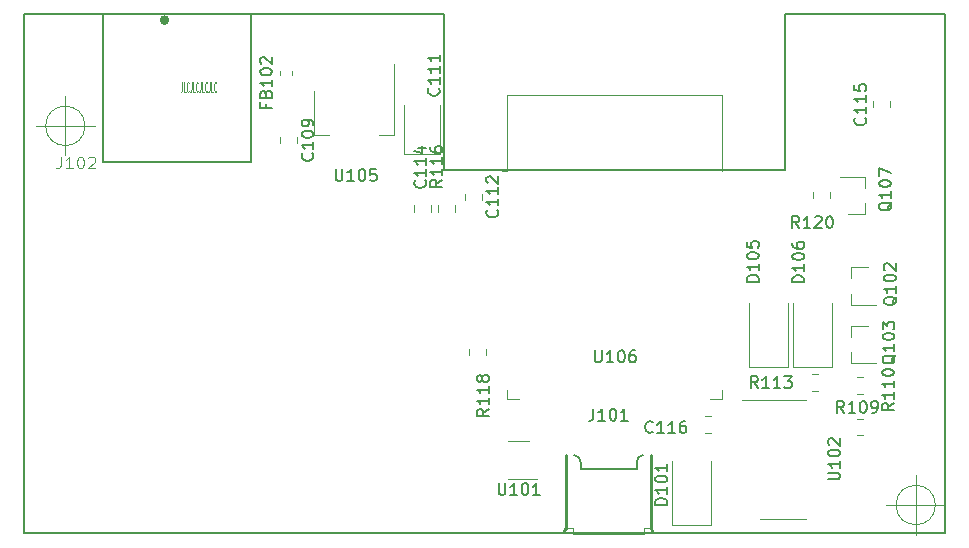
<source format=gbr>
%TF.GenerationSoftware,KiCad,Pcbnew,(5.1.6-0-10_14)*%
%TF.CreationDate,2021-01-11T12:54:44+11:00*%
%TF.ProjectId,esp32lcd,65737033-326c-4636-942e-6b696361645f,rev?*%
%TF.SameCoordinates,PX47868c0PY93d1cc0*%
%TF.FileFunction,Legend,Top*%
%TF.FilePolarity,Positive*%
%FSLAX46Y46*%
G04 Gerber Fmt 4.6, Leading zero omitted, Abs format (unit mm)*
G04 Created by KiCad (PCBNEW (5.1.6-0-10_14)) date 2021-01-11 12:54:44*
%MOMM*%
%LPD*%
G01*
G04 APERTURE LIST*
%ADD10C,0.037500*%
%TA.AperFunction,Profile*%
%ADD11C,0.150000*%
%TD*%
%TA.AperFunction,Profile*%
%ADD12C,0.050000*%
%TD*%
%ADD13C,0.120000*%
%ADD14C,0.127000*%
%ADD15C,0.400000*%
%ADD16C,0.150000*%
%ADD17C,0.250000*%
%ADD18C,0.015000*%
G04 APERTURE END LIST*
D10*
X13414285Y38188096D02*
X13414285Y37616667D01*
X13400000Y37502381D01*
X13371428Y37426191D01*
X13328571Y37388096D01*
X13300000Y37388096D01*
X13700000Y37388096D02*
X13557142Y37388096D01*
X13557142Y38188096D01*
X13971428Y37464286D02*
X13957142Y37426191D01*
X13914285Y37388096D01*
X13885714Y37388096D01*
X13842857Y37426191D01*
X13814285Y37502381D01*
X13800000Y37578572D01*
X13785714Y37730953D01*
X13785714Y37845239D01*
X13800000Y37997620D01*
X13814285Y38073810D01*
X13842857Y38150000D01*
X13885714Y38188096D01*
X13914285Y38188096D01*
X13957142Y38150000D01*
X13971428Y38111905D01*
X14185714Y38188096D02*
X14185714Y37616667D01*
X14171428Y37502381D01*
X14142857Y37426191D01*
X14100000Y37388096D01*
X14071428Y37388096D01*
X14471428Y37388096D02*
X14328571Y37388096D01*
X14328571Y38188096D01*
X14742857Y37464286D02*
X14728571Y37426191D01*
X14685714Y37388096D01*
X14657142Y37388096D01*
X14614285Y37426191D01*
X14585714Y37502381D01*
X14571428Y37578572D01*
X14557142Y37730953D01*
X14557142Y37845239D01*
X14571428Y37997620D01*
X14585714Y38073810D01*
X14614285Y38150000D01*
X14657142Y38188096D01*
X14685714Y38188096D01*
X14728571Y38150000D01*
X14742857Y38111905D01*
X14957142Y38188096D02*
X14957142Y37616667D01*
X14942857Y37502381D01*
X14914285Y37426191D01*
X14871428Y37388096D01*
X14842857Y37388096D01*
X15242857Y37388096D02*
X15100000Y37388096D01*
X15100000Y38188096D01*
X15514285Y37464286D02*
X15500000Y37426191D01*
X15457142Y37388096D01*
X15428571Y37388096D01*
X15385714Y37426191D01*
X15357142Y37502381D01*
X15342857Y37578572D01*
X15328571Y37730953D01*
X15328571Y37845239D01*
X15342857Y37997620D01*
X15357142Y38073810D01*
X15385714Y38150000D01*
X15428571Y38188096D01*
X15457142Y38188096D01*
X15500000Y38150000D01*
X15514285Y38111905D01*
X15728571Y38188096D02*
X15728571Y37616667D01*
X15714285Y37502381D01*
X15685714Y37426191D01*
X15642857Y37388096D01*
X15614285Y37388096D01*
X16014285Y37388096D02*
X15871428Y37388096D01*
X15871428Y38188096D01*
X16285714Y37464286D02*
X16271428Y37426191D01*
X16228571Y37388096D01*
X16200000Y37388096D01*
X16157142Y37426191D01*
X16128571Y37502381D01*
X16114285Y37578572D01*
X16100000Y37730953D01*
X16100000Y37845239D01*
X16114285Y37997620D01*
X16128571Y38073810D01*
X16157142Y38150000D01*
X16200000Y38188096D01*
X16228571Y38188096D01*
X16271428Y38150000D01*
X16285714Y38111905D01*
D11*
X78000000Y44000000D02*
X64400000Y44000000D01*
X64400000Y30800000D02*
X64400000Y44000000D01*
X35600000Y30800000D02*
X64400000Y30800000D01*
X35600000Y44000000D02*
X35600000Y30800000D01*
D12*
X77166666Y2400000D02*
G75*
G03*
X77166666Y2400000I-1666666J0D01*
G01*
X73000000Y2400000D02*
X78000000Y2400000D01*
X75500000Y4900000D02*
X75500000Y-100000D01*
X5166666Y34500000D02*
G75*
G03*
X5166666Y34500000I-1666666J0D01*
G01*
X1000000Y34500000D02*
X6000000Y34500000D01*
X3500000Y37000000D02*
X3500000Y32000000D01*
D11*
X35600000Y44000000D02*
X0Y44000000D01*
X0Y0D02*
X0Y44000000D01*
X78000000Y0D02*
X0Y0D01*
X78000000Y44000000D02*
X78000000Y0D01*
D13*
%TO.C,FB102*%
X22660000Y38787221D02*
X22660000Y39112779D01*
X21640000Y38787221D02*
X21640000Y39112779D01*
%TO.C,C109*%
X21690000Y33558578D02*
X21690000Y33041422D01*
X23110000Y33558578D02*
X23110000Y33041422D01*
D14*
%TO.C,J102*%
X6700000Y43950000D02*
X9100000Y43950000D01*
X14700000Y43950000D02*
X19150000Y43950000D01*
X6700000Y31450000D02*
X6700000Y43950000D01*
X19200000Y31450000D02*
X6700000Y31450000D01*
X19200000Y43950000D02*
X19200000Y31450000D01*
D15*
X12100000Y43450000D02*
G75*
G03*
X12100000Y43450000I-200000J0D01*
G01*
D13*
%TO.C,U101*%
X40950000Y4640000D02*
X43400000Y4640000D01*
X42750000Y7860000D02*
X40950000Y7860000D01*
%TO.C,C111*%
X35210000Y32090000D02*
X35210000Y36300000D01*
X32190000Y32090000D02*
X35210000Y32090000D01*
X32190000Y36300000D02*
X32190000Y32090000D01*
%TO.C,U102*%
X64250000Y1190000D02*
X66200000Y1190000D01*
X64250000Y1190000D02*
X62300000Y1190000D01*
X64250000Y11310000D02*
X66200000Y11310000D01*
X64250000Y11310000D02*
X60800000Y11310000D01*
%TO.C,U105*%
X31360000Y39700000D02*
X31360000Y33690000D01*
X24540000Y37450000D02*
X24540000Y33690000D01*
X31360000Y33690000D02*
X30100000Y33690000D01*
X24540000Y33690000D02*
X25800000Y33690000D01*
%TO.C,Q107*%
X71210000Y27020000D02*
X69750000Y27020000D01*
X71210000Y30180000D02*
X69050000Y30180000D01*
X71210000Y30180000D02*
X71210000Y29250000D01*
X71210000Y27020000D02*
X71210000Y27950000D01*
%TO.C,Q103*%
X69990000Y17580000D02*
X71450000Y17580000D01*
X69990000Y14420000D02*
X72150000Y14420000D01*
X69990000Y14420000D02*
X69990000Y15350000D01*
X69990000Y17580000D02*
X69990000Y16650000D01*
%TO.C,Q102*%
X69990000Y22530000D02*
X71450000Y22530000D01*
X69990000Y19370000D02*
X72150000Y19370000D01*
X69990000Y19370000D02*
X69990000Y20300000D01*
X69990000Y22530000D02*
X69990000Y21600000D01*
%TO.C,J101*%
X46500000Y-10000D02*
X46500000Y490000D01*
X46500000Y490000D02*
X45870000Y490000D01*
X52500000Y490000D02*
X53130000Y490000D01*
X52500000Y-10000D02*
X52500000Y490000D01*
D16*
X47125000Y5410000D02*
X47125000Y6070000D01*
X51875000Y5410000D02*
X47125000Y5410000D01*
D17*
X52500000Y-10000D02*
X46500000Y-10000D01*
X45875000Y6620000D02*
X45875000Y410000D01*
X53125000Y410000D02*
X53125000Y6620000D01*
D16*
X51875000Y5410000D02*
X51875000Y6065000D01*
D17*
X45710000Y20000D02*
G75*
G03*
X45871091Y408909I-388909J388909D01*
G01*
X53290000Y20000D02*
G75*
G02*
X53128909Y408909I388909J388909D01*
G01*
D16*
X47120000Y6060000D02*
G75*
G03*
X46580000Y6620000I-550000J10000D01*
G01*
X51875000Y6065000D02*
G75*
G02*
X52420000Y6620000I550000J5000D01*
G01*
D13*
%TO.C,U106*%
X40880000Y30695000D02*
X40500000Y30695000D01*
X40880000Y37115000D02*
X40880000Y30695000D01*
X59120000Y37115000D02*
X59120000Y30695000D01*
X40880000Y37115000D02*
X59120000Y37115000D01*
X59120000Y11370000D02*
X58120000Y11370000D01*
X59120000Y12150000D02*
X59120000Y11370000D01*
X40880000Y11370000D02*
X41880000Y11370000D01*
X40880000Y12150000D02*
X40880000Y11370000D01*
%TO.C,D101*%
X54850000Y700000D02*
X54850000Y6100000D01*
X58150000Y700000D02*
X58150000Y6100000D01*
X54850000Y700000D02*
X58150000Y700000D01*
%TO.C,D105*%
X61350000Y14100000D02*
X64650000Y14100000D01*
X64650000Y14100000D02*
X64650000Y19500000D01*
X61350000Y14100000D02*
X61350000Y19500000D01*
%TO.C,D106*%
X65100000Y14100000D02*
X68400000Y14100000D01*
X68400000Y14100000D02*
X68400000Y19500000D01*
X65100000Y14100000D02*
X65100000Y19500000D01*
%TO.C,R109*%
X70491422Y9710000D02*
X71008578Y9710000D01*
X70491422Y8290000D02*
X71008578Y8290000D01*
%TO.C,R110*%
X70491422Y11790000D02*
X71008578Y11790000D01*
X70491422Y13210000D02*
X71008578Y13210000D01*
%TO.C,R113*%
X67258578Y12040000D02*
X66741422Y12040000D01*
X67258578Y13460000D02*
X66741422Y13460000D01*
%TO.C,C112*%
X37340000Y28241422D02*
X37340000Y28758578D01*
X38760000Y28241422D02*
X38760000Y28758578D01*
%TO.C,C114*%
X34460000Y27241422D02*
X34460000Y27758578D01*
X33040000Y27241422D02*
X33040000Y27758578D01*
%TO.C,R116*%
X36460000Y27241422D02*
X36460000Y27758578D01*
X35040000Y27241422D02*
X35040000Y27758578D01*
%TO.C,C115*%
X71890000Y36608578D02*
X71890000Y36091422D01*
X73310000Y36608578D02*
X73310000Y36091422D01*
%TO.C,C116*%
X57691422Y8490000D02*
X58208578Y8490000D01*
X57691422Y9910000D02*
X58208578Y9910000D01*
%TO.C,R118*%
X39110000Y15621078D02*
X39110000Y15103922D01*
X37690000Y15621078D02*
X37690000Y15103922D01*
%TO.C,R120*%
X68260000Y28391422D02*
X68260000Y28908578D01*
X66840000Y28391422D02*
X66840000Y28908578D01*
%TD*%
%TO.C,FB102*%
D16*
X20478571Y36364286D02*
X20478571Y36030953D01*
X21002380Y36030953D02*
X20002380Y36030953D01*
X20002380Y36507143D01*
X20478571Y37221429D02*
X20526190Y37364286D01*
X20573809Y37411905D01*
X20669047Y37459524D01*
X20811904Y37459524D01*
X20907142Y37411905D01*
X20954761Y37364286D01*
X21002380Y37269048D01*
X21002380Y36888096D01*
X20002380Y36888096D01*
X20002380Y37221429D01*
X20050000Y37316667D01*
X20097619Y37364286D01*
X20192857Y37411905D01*
X20288095Y37411905D01*
X20383333Y37364286D01*
X20430952Y37316667D01*
X20478571Y37221429D01*
X20478571Y36888096D01*
X21002380Y38411905D02*
X21002380Y37840477D01*
X21002380Y38126191D02*
X20002380Y38126191D01*
X20145238Y38030953D01*
X20240476Y37935715D01*
X20288095Y37840477D01*
X20002380Y39030953D02*
X20002380Y39126191D01*
X20050000Y39221429D01*
X20097619Y39269048D01*
X20192857Y39316667D01*
X20383333Y39364286D01*
X20621428Y39364286D01*
X20811904Y39316667D01*
X20907142Y39269048D01*
X20954761Y39221429D01*
X21002380Y39126191D01*
X21002380Y39030953D01*
X20954761Y38935715D01*
X20907142Y38888096D01*
X20811904Y38840477D01*
X20621428Y38792858D01*
X20383333Y38792858D01*
X20192857Y38840477D01*
X20097619Y38888096D01*
X20050000Y38935715D01*
X20002380Y39030953D01*
X20097619Y39745239D02*
X20050000Y39792858D01*
X20002380Y39888096D01*
X20002380Y40126191D01*
X20050000Y40221429D01*
X20097619Y40269048D01*
X20192857Y40316667D01*
X20288095Y40316667D01*
X20430952Y40269048D01*
X21002380Y39697620D01*
X21002380Y40316667D01*
%TO.C,C109*%
X24407142Y32180953D02*
X24454761Y32133334D01*
X24502380Y31990477D01*
X24502380Y31895239D01*
X24454761Y31752381D01*
X24359523Y31657143D01*
X24264285Y31609524D01*
X24073809Y31561905D01*
X23930952Y31561905D01*
X23740476Y31609524D01*
X23645238Y31657143D01*
X23550000Y31752381D01*
X23502380Y31895239D01*
X23502380Y31990477D01*
X23550000Y32133334D01*
X23597619Y32180953D01*
X24502380Y33133334D02*
X24502380Y32561905D01*
X24502380Y32847620D02*
X23502380Y32847620D01*
X23645238Y32752381D01*
X23740476Y32657143D01*
X23788095Y32561905D01*
X23502380Y33752381D02*
X23502380Y33847620D01*
X23550000Y33942858D01*
X23597619Y33990477D01*
X23692857Y34038096D01*
X23883333Y34085715D01*
X24121428Y34085715D01*
X24311904Y34038096D01*
X24407142Y33990477D01*
X24454761Y33942858D01*
X24502380Y33847620D01*
X24502380Y33752381D01*
X24454761Y33657143D01*
X24407142Y33609524D01*
X24311904Y33561905D01*
X24121428Y33514286D01*
X23883333Y33514286D01*
X23692857Y33561905D01*
X23597619Y33609524D01*
X23550000Y33657143D01*
X23502380Y33752381D01*
X24502380Y34561905D02*
X24502380Y34752381D01*
X24454761Y34847620D01*
X24407142Y34895239D01*
X24264285Y34990477D01*
X24073809Y35038096D01*
X23692857Y35038096D01*
X23597619Y34990477D01*
X23550000Y34942858D01*
X23502380Y34847620D01*
X23502380Y34657143D01*
X23550000Y34561905D01*
X23597619Y34514286D01*
X23692857Y34466667D01*
X23930952Y34466667D01*
X24026190Y34514286D01*
X24073809Y34561905D01*
X24121428Y34657143D01*
X24121428Y34847620D01*
X24073809Y34942858D01*
X24026190Y34990477D01*
X23930952Y35038096D01*
%TO.C,J102*%
D18*
X3112088Y31898555D02*
X3112088Y31183049D01*
X3064388Y31039948D01*
X2968987Y30944547D01*
X2825885Y30896846D01*
X2730485Y30896846D01*
X4113797Y30896846D02*
X3541392Y30896846D01*
X3827594Y30896846D02*
X3827594Y31898555D01*
X3732194Y31755454D01*
X3636793Y31660053D01*
X3541392Y31612353D01*
X4733903Y31898555D02*
X4829303Y31898555D01*
X4924704Y31850855D01*
X4972405Y31803155D01*
X5020105Y31707754D01*
X5067806Y31516952D01*
X5067806Y31278450D01*
X5020105Y31087648D01*
X4972405Y30992247D01*
X4924704Y30944547D01*
X4829303Y30896846D01*
X4733903Y30896846D01*
X4638502Y30944547D01*
X4590801Y30992247D01*
X4543101Y31087648D01*
X4495400Y31278450D01*
X4495400Y31516952D01*
X4543101Y31707754D01*
X4590801Y31803155D01*
X4638502Y31850855D01*
X4733903Y31898555D01*
X5449409Y31803155D02*
X5497109Y31850855D01*
X5592510Y31898555D01*
X5831012Y31898555D01*
X5926413Y31850855D01*
X5974114Y31803155D01*
X6021814Y31707754D01*
X6021814Y31612353D01*
X5974114Y31469252D01*
X5401709Y30896846D01*
X6021814Y30896846D01*
%TO.C,U101*%
D16*
X40185714Y4247620D02*
X40185714Y3438096D01*
X40233333Y3342858D01*
X40280952Y3295239D01*
X40376190Y3247620D01*
X40566666Y3247620D01*
X40661904Y3295239D01*
X40709523Y3342858D01*
X40757142Y3438096D01*
X40757142Y4247620D01*
X41757142Y3247620D02*
X41185714Y3247620D01*
X41471428Y3247620D02*
X41471428Y4247620D01*
X41376190Y4104762D01*
X41280952Y4009524D01*
X41185714Y3961905D01*
X42376190Y4247620D02*
X42471428Y4247620D01*
X42566666Y4200000D01*
X42614285Y4152381D01*
X42661904Y4057143D01*
X42709523Y3866667D01*
X42709523Y3628572D01*
X42661904Y3438096D01*
X42614285Y3342858D01*
X42566666Y3295239D01*
X42471428Y3247620D01*
X42376190Y3247620D01*
X42280952Y3295239D01*
X42233333Y3342858D01*
X42185714Y3438096D01*
X42138095Y3628572D01*
X42138095Y3866667D01*
X42185714Y4057143D01*
X42233333Y4152381D01*
X42280952Y4200000D01*
X42376190Y4247620D01*
X43661904Y3247620D02*
X43090476Y3247620D01*
X43376190Y3247620D02*
X43376190Y4247620D01*
X43280952Y4104762D01*
X43185714Y4009524D01*
X43090476Y3961905D01*
%TO.C,C111*%
X35107142Y37680953D02*
X35154761Y37633334D01*
X35202380Y37490477D01*
X35202380Y37395239D01*
X35154761Y37252381D01*
X35059523Y37157143D01*
X34964285Y37109524D01*
X34773809Y37061905D01*
X34630952Y37061905D01*
X34440476Y37109524D01*
X34345238Y37157143D01*
X34250000Y37252381D01*
X34202380Y37395239D01*
X34202380Y37490477D01*
X34250000Y37633334D01*
X34297619Y37680953D01*
X35202380Y38633334D02*
X35202380Y38061905D01*
X35202380Y38347620D02*
X34202380Y38347620D01*
X34345238Y38252381D01*
X34440476Y38157143D01*
X34488095Y38061905D01*
X35202380Y39585715D02*
X35202380Y39014286D01*
X35202380Y39300000D02*
X34202380Y39300000D01*
X34345238Y39204762D01*
X34440476Y39109524D01*
X34488095Y39014286D01*
X35202380Y40538096D02*
X35202380Y39966667D01*
X35202380Y40252381D02*
X34202380Y40252381D01*
X34345238Y40157143D01*
X34440476Y40061905D01*
X34488095Y39966667D01*
%TO.C,U102*%
X68092380Y4565715D02*
X68901904Y4565715D01*
X68997142Y4613334D01*
X69044761Y4660953D01*
X69092380Y4756191D01*
X69092380Y4946667D01*
X69044761Y5041905D01*
X68997142Y5089524D01*
X68901904Y5137143D01*
X68092380Y5137143D01*
X69092380Y6137143D02*
X69092380Y5565715D01*
X69092380Y5851429D02*
X68092380Y5851429D01*
X68235238Y5756191D01*
X68330476Y5660953D01*
X68378095Y5565715D01*
X68092380Y6756191D02*
X68092380Y6851429D01*
X68140000Y6946667D01*
X68187619Y6994286D01*
X68282857Y7041905D01*
X68473333Y7089524D01*
X68711428Y7089524D01*
X68901904Y7041905D01*
X68997142Y6994286D01*
X69044761Y6946667D01*
X69092380Y6851429D01*
X69092380Y6756191D01*
X69044761Y6660953D01*
X68997142Y6613334D01*
X68901904Y6565715D01*
X68711428Y6518096D01*
X68473333Y6518096D01*
X68282857Y6565715D01*
X68187619Y6613334D01*
X68140000Y6660953D01*
X68092380Y6756191D01*
X68187619Y7470477D02*
X68140000Y7518096D01*
X68092380Y7613334D01*
X68092380Y7851429D01*
X68140000Y7946667D01*
X68187619Y7994286D01*
X68282857Y8041905D01*
X68378095Y8041905D01*
X68520952Y7994286D01*
X69092380Y7422858D01*
X69092380Y8041905D01*
%TO.C,U105*%
X26385714Y30847620D02*
X26385714Y30038096D01*
X26433333Y29942858D01*
X26480952Y29895239D01*
X26576190Y29847620D01*
X26766666Y29847620D01*
X26861904Y29895239D01*
X26909523Y29942858D01*
X26957142Y30038096D01*
X26957142Y30847620D01*
X27957142Y29847620D02*
X27385714Y29847620D01*
X27671428Y29847620D02*
X27671428Y30847620D01*
X27576190Y30704762D01*
X27480952Y30609524D01*
X27385714Y30561905D01*
X28576190Y30847620D02*
X28671428Y30847620D01*
X28766666Y30800000D01*
X28814285Y30752381D01*
X28861904Y30657143D01*
X28909523Y30466667D01*
X28909523Y30228572D01*
X28861904Y30038096D01*
X28814285Y29942858D01*
X28766666Y29895239D01*
X28671428Y29847620D01*
X28576190Y29847620D01*
X28480952Y29895239D01*
X28433333Y29942858D01*
X28385714Y30038096D01*
X28338095Y30228572D01*
X28338095Y30466667D01*
X28385714Y30657143D01*
X28433333Y30752381D01*
X28480952Y30800000D01*
X28576190Y30847620D01*
X29814285Y30847620D02*
X29338095Y30847620D01*
X29290476Y30371429D01*
X29338095Y30419048D01*
X29433333Y30466667D01*
X29671428Y30466667D01*
X29766666Y30419048D01*
X29814285Y30371429D01*
X29861904Y30276191D01*
X29861904Y30038096D01*
X29814285Y29942858D01*
X29766666Y29895239D01*
X29671428Y29847620D01*
X29433333Y29847620D01*
X29338095Y29895239D01*
X29290476Y29942858D01*
%TO.C,Q107*%
X73497619Y28052381D02*
X73450000Y27957143D01*
X73354761Y27861905D01*
X73211904Y27719048D01*
X73164285Y27623810D01*
X73164285Y27528572D01*
X73402380Y27576191D02*
X73354761Y27480953D01*
X73259523Y27385715D01*
X73069047Y27338096D01*
X72735714Y27338096D01*
X72545238Y27385715D01*
X72450000Y27480953D01*
X72402380Y27576191D01*
X72402380Y27766667D01*
X72450000Y27861905D01*
X72545238Y27957143D01*
X72735714Y28004762D01*
X73069047Y28004762D01*
X73259523Y27957143D01*
X73354761Y27861905D01*
X73402380Y27766667D01*
X73402380Y27576191D01*
X73402380Y28957143D02*
X73402380Y28385715D01*
X73402380Y28671429D02*
X72402380Y28671429D01*
X72545238Y28576191D01*
X72640476Y28480953D01*
X72688095Y28385715D01*
X72402380Y29576191D02*
X72402380Y29671429D01*
X72450000Y29766667D01*
X72497619Y29814286D01*
X72592857Y29861905D01*
X72783333Y29909524D01*
X73021428Y29909524D01*
X73211904Y29861905D01*
X73307142Y29814286D01*
X73354761Y29766667D01*
X73402380Y29671429D01*
X73402380Y29576191D01*
X73354761Y29480953D01*
X73307142Y29433334D01*
X73211904Y29385715D01*
X73021428Y29338096D01*
X72783333Y29338096D01*
X72592857Y29385715D01*
X72497619Y29433334D01*
X72450000Y29480953D01*
X72402380Y29576191D01*
X72402380Y30242858D02*
X72402380Y30909524D01*
X73402380Y30480953D01*
%TO.C,Q103*%
X73797619Y15102381D02*
X73750000Y15007143D01*
X73654761Y14911905D01*
X73511904Y14769048D01*
X73464285Y14673810D01*
X73464285Y14578572D01*
X73702380Y14626191D02*
X73654761Y14530953D01*
X73559523Y14435715D01*
X73369047Y14388096D01*
X73035714Y14388096D01*
X72845238Y14435715D01*
X72750000Y14530953D01*
X72702380Y14626191D01*
X72702380Y14816667D01*
X72750000Y14911905D01*
X72845238Y15007143D01*
X73035714Y15054762D01*
X73369047Y15054762D01*
X73559523Y15007143D01*
X73654761Y14911905D01*
X73702380Y14816667D01*
X73702380Y14626191D01*
X73702380Y16007143D02*
X73702380Y15435715D01*
X73702380Y15721429D02*
X72702380Y15721429D01*
X72845238Y15626191D01*
X72940476Y15530953D01*
X72988095Y15435715D01*
X72702380Y16626191D02*
X72702380Y16721429D01*
X72750000Y16816667D01*
X72797619Y16864286D01*
X72892857Y16911905D01*
X73083333Y16959524D01*
X73321428Y16959524D01*
X73511904Y16911905D01*
X73607142Y16864286D01*
X73654761Y16816667D01*
X73702380Y16721429D01*
X73702380Y16626191D01*
X73654761Y16530953D01*
X73607142Y16483334D01*
X73511904Y16435715D01*
X73321428Y16388096D01*
X73083333Y16388096D01*
X72892857Y16435715D01*
X72797619Y16483334D01*
X72750000Y16530953D01*
X72702380Y16626191D01*
X72702380Y17292858D02*
X72702380Y17911905D01*
X73083333Y17578572D01*
X73083333Y17721429D01*
X73130952Y17816667D01*
X73178571Y17864286D01*
X73273809Y17911905D01*
X73511904Y17911905D01*
X73607142Y17864286D01*
X73654761Y17816667D01*
X73702380Y17721429D01*
X73702380Y17435715D01*
X73654761Y17340477D01*
X73607142Y17292858D01*
%TO.C,Q102*%
X73897619Y20052381D02*
X73850000Y19957143D01*
X73754761Y19861905D01*
X73611904Y19719048D01*
X73564285Y19623810D01*
X73564285Y19528572D01*
X73802380Y19576191D02*
X73754761Y19480953D01*
X73659523Y19385715D01*
X73469047Y19338096D01*
X73135714Y19338096D01*
X72945238Y19385715D01*
X72850000Y19480953D01*
X72802380Y19576191D01*
X72802380Y19766667D01*
X72850000Y19861905D01*
X72945238Y19957143D01*
X73135714Y20004762D01*
X73469047Y20004762D01*
X73659523Y19957143D01*
X73754761Y19861905D01*
X73802380Y19766667D01*
X73802380Y19576191D01*
X73802380Y20957143D02*
X73802380Y20385715D01*
X73802380Y20671429D02*
X72802380Y20671429D01*
X72945238Y20576191D01*
X73040476Y20480953D01*
X73088095Y20385715D01*
X72802380Y21576191D02*
X72802380Y21671429D01*
X72850000Y21766667D01*
X72897619Y21814286D01*
X72992857Y21861905D01*
X73183333Y21909524D01*
X73421428Y21909524D01*
X73611904Y21861905D01*
X73707142Y21814286D01*
X73754761Y21766667D01*
X73802380Y21671429D01*
X73802380Y21576191D01*
X73754761Y21480953D01*
X73707142Y21433334D01*
X73611904Y21385715D01*
X73421428Y21338096D01*
X73183333Y21338096D01*
X72992857Y21385715D01*
X72897619Y21433334D01*
X72850000Y21480953D01*
X72802380Y21576191D01*
X72897619Y22290477D02*
X72850000Y22338096D01*
X72802380Y22433334D01*
X72802380Y22671429D01*
X72850000Y22766667D01*
X72897619Y22814286D01*
X72992857Y22861905D01*
X73088095Y22861905D01*
X73230952Y22814286D01*
X73802380Y22242858D01*
X73802380Y22861905D01*
%TO.C,J101*%
X48214285Y10547620D02*
X48214285Y9833334D01*
X48166666Y9690477D01*
X48071428Y9595239D01*
X47928571Y9547620D01*
X47833333Y9547620D01*
X49214285Y9547620D02*
X48642857Y9547620D01*
X48928571Y9547620D02*
X48928571Y10547620D01*
X48833333Y10404762D01*
X48738095Y10309524D01*
X48642857Y10261905D01*
X49833333Y10547620D02*
X49928571Y10547620D01*
X50023809Y10500000D01*
X50071428Y10452381D01*
X50119047Y10357143D01*
X50166666Y10166667D01*
X50166666Y9928572D01*
X50119047Y9738096D01*
X50071428Y9642858D01*
X50023809Y9595239D01*
X49928571Y9547620D01*
X49833333Y9547620D01*
X49738095Y9595239D01*
X49690476Y9642858D01*
X49642857Y9738096D01*
X49595238Y9928572D01*
X49595238Y10166667D01*
X49642857Y10357143D01*
X49690476Y10452381D01*
X49738095Y10500000D01*
X49833333Y10547620D01*
X51119047Y9547620D02*
X50547619Y9547620D01*
X50833333Y9547620D02*
X50833333Y10547620D01*
X50738095Y10404762D01*
X50642857Y10309524D01*
X50547619Y10261905D01*
%TO.C,U106*%
X48335714Y15497620D02*
X48335714Y14688096D01*
X48383333Y14592858D01*
X48430952Y14545239D01*
X48526190Y14497620D01*
X48716666Y14497620D01*
X48811904Y14545239D01*
X48859523Y14592858D01*
X48907142Y14688096D01*
X48907142Y15497620D01*
X49907142Y14497620D02*
X49335714Y14497620D01*
X49621428Y14497620D02*
X49621428Y15497620D01*
X49526190Y15354762D01*
X49430952Y15259524D01*
X49335714Y15211905D01*
X50526190Y15497620D02*
X50621428Y15497620D01*
X50716666Y15450000D01*
X50764285Y15402381D01*
X50811904Y15307143D01*
X50859523Y15116667D01*
X50859523Y14878572D01*
X50811904Y14688096D01*
X50764285Y14592858D01*
X50716666Y14545239D01*
X50621428Y14497620D01*
X50526190Y14497620D01*
X50430952Y14545239D01*
X50383333Y14592858D01*
X50335714Y14688096D01*
X50288095Y14878572D01*
X50288095Y15116667D01*
X50335714Y15307143D01*
X50383333Y15402381D01*
X50430952Y15450000D01*
X50526190Y15497620D01*
X51716666Y15497620D02*
X51526190Y15497620D01*
X51430952Y15450000D01*
X51383333Y15402381D01*
X51288095Y15259524D01*
X51240476Y15069048D01*
X51240476Y14688096D01*
X51288095Y14592858D01*
X51335714Y14545239D01*
X51430952Y14497620D01*
X51621428Y14497620D01*
X51716666Y14545239D01*
X51764285Y14592858D01*
X51811904Y14688096D01*
X51811904Y14926191D01*
X51764285Y15021429D01*
X51716666Y15069048D01*
X51621428Y15116667D01*
X51430952Y15116667D01*
X51335714Y15069048D01*
X51288095Y15021429D01*
X51240476Y14926191D01*
%TO.C,D101*%
X54452380Y2409524D02*
X53452380Y2409524D01*
X53452380Y2647620D01*
X53500000Y2790477D01*
X53595238Y2885715D01*
X53690476Y2933334D01*
X53880952Y2980953D01*
X54023809Y2980953D01*
X54214285Y2933334D01*
X54309523Y2885715D01*
X54404761Y2790477D01*
X54452380Y2647620D01*
X54452380Y2409524D01*
X54452380Y3933334D02*
X54452380Y3361905D01*
X54452380Y3647620D02*
X53452380Y3647620D01*
X53595238Y3552381D01*
X53690476Y3457143D01*
X53738095Y3361905D01*
X53452380Y4552381D02*
X53452380Y4647620D01*
X53500000Y4742858D01*
X53547619Y4790477D01*
X53642857Y4838096D01*
X53833333Y4885715D01*
X54071428Y4885715D01*
X54261904Y4838096D01*
X54357142Y4790477D01*
X54404761Y4742858D01*
X54452380Y4647620D01*
X54452380Y4552381D01*
X54404761Y4457143D01*
X54357142Y4409524D01*
X54261904Y4361905D01*
X54071428Y4314286D01*
X53833333Y4314286D01*
X53642857Y4361905D01*
X53547619Y4409524D01*
X53500000Y4457143D01*
X53452380Y4552381D01*
X54452380Y5838096D02*
X54452380Y5266667D01*
X54452380Y5552381D02*
X53452380Y5552381D01*
X53595238Y5457143D01*
X53690476Y5361905D01*
X53738095Y5266667D01*
%TO.C,D105*%
X62202380Y21309524D02*
X61202380Y21309524D01*
X61202380Y21547620D01*
X61250000Y21690477D01*
X61345238Y21785715D01*
X61440476Y21833334D01*
X61630952Y21880953D01*
X61773809Y21880953D01*
X61964285Y21833334D01*
X62059523Y21785715D01*
X62154761Y21690477D01*
X62202380Y21547620D01*
X62202380Y21309524D01*
X62202380Y22833334D02*
X62202380Y22261905D01*
X62202380Y22547620D02*
X61202380Y22547620D01*
X61345238Y22452381D01*
X61440476Y22357143D01*
X61488095Y22261905D01*
X61202380Y23452381D02*
X61202380Y23547620D01*
X61250000Y23642858D01*
X61297619Y23690477D01*
X61392857Y23738096D01*
X61583333Y23785715D01*
X61821428Y23785715D01*
X62011904Y23738096D01*
X62107142Y23690477D01*
X62154761Y23642858D01*
X62202380Y23547620D01*
X62202380Y23452381D01*
X62154761Y23357143D01*
X62107142Y23309524D01*
X62011904Y23261905D01*
X61821428Y23214286D01*
X61583333Y23214286D01*
X61392857Y23261905D01*
X61297619Y23309524D01*
X61250000Y23357143D01*
X61202380Y23452381D01*
X61202380Y24690477D02*
X61202380Y24214286D01*
X61678571Y24166667D01*
X61630952Y24214286D01*
X61583333Y24309524D01*
X61583333Y24547620D01*
X61630952Y24642858D01*
X61678571Y24690477D01*
X61773809Y24738096D01*
X62011904Y24738096D01*
X62107142Y24690477D01*
X62154761Y24642858D01*
X62202380Y24547620D01*
X62202380Y24309524D01*
X62154761Y24214286D01*
X62107142Y24166667D01*
%TO.C,D106*%
X66052380Y21259524D02*
X65052380Y21259524D01*
X65052380Y21497620D01*
X65100000Y21640477D01*
X65195238Y21735715D01*
X65290476Y21783334D01*
X65480952Y21830953D01*
X65623809Y21830953D01*
X65814285Y21783334D01*
X65909523Y21735715D01*
X66004761Y21640477D01*
X66052380Y21497620D01*
X66052380Y21259524D01*
X66052380Y22783334D02*
X66052380Y22211905D01*
X66052380Y22497620D02*
X65052380Y22497620D01*
X65195238Y22402381D01*
X65290476Y22307143D01*
X65338095Y22211905D01*
X65052380Y23402381D02*
X65052380Y23497620D01*
X65100000Y23592858D01*
X65147619Y23640477D01*
X65242857Y23688096D01*
X65433333Y23735715D01*
X65671428Y23735715D01*
X65861904Y23688096D01*
X65957142Y23640477D01*
X66004761Y23592858D01*
X66052380Y23497620D01*
X66052380Y23402381D01*
X66004761Y23307143D01*
X65957142Y23259524D01*
X65861904Y23211905D01*
X65671428Y23164286D01*
X65433333Y23164286D01*
X65242857Y23211905D01*
X65147619Y23259524D01*
X65100000Y23307143D01*
X65052380Y23402381D01*
X65052380Y24592858D02*
X65052380Y24402381D01*
X65100000Y24307143D01*
X65147619Y24259524D01*
X65290476Y24164286D01*
X65480952Y24116667D01*
X65861904Y24116667D01*
X65957142Y24164286D01*
X66004761Y24211905D01*
X66052380Y24307143D01*
X66052380Y24497620D01*
X66004761Y24592858D01*
X65957142Y24640477D01*
X65861904Y24688096D01*
X65623809Y24688096D01*
X65528571Y24640477D01*
X65480952Y24592858D01*
X65433333Y24497620D01*
X65433333Y24307143D01*
X65480952Y24211905D01*
X65528571Y24164286D01*
X65623809Y24116667D01*
%TO.C,R109*%
X69430952Y10197620D02*
X69097619Y10673810D01*
X68859523Y10197620D02*
X68859523Y11197620D01*
X69240476Y11197620D01*
X69335714Y11150000D01*
X69383333Y11102381D01*
X69430952Y11007143D01*
X69430952Y10864286D01*
X69383333Y10769048D01*
X69335714Y10721429D01*
X69240476Y10673810D01*
X68859523Y10673810D01*
X70383333Y10197620D02*
X69811904Y10197620D01*
X70097619Y10197620D02*
X70097619Y11197620D01*
X70002380Y11054762D01*
X69907142Y10959524D01*
X69811904Y10911905D01*
X71002380Y11197620D02*
X71097619Y11197620D01*
X71192857Y11150000D01*
X71240476Y11102381D01*
X71288095Y11007143D01*
X71335714Y10816667D01*
X71335714Y10578572D01*
X71288095Y10388096D01*
X71240476Y10292858D01*
X71192857Y10245239D01*
X71097619Y10197620D01*
X71002380Y10197620D01*
X70907142Y10245239D01*
X70859523Y10292858D01*
X70811904Y10388096D01*
X70764285Y10578572D01*
X70764285Y10816667D01*
X70811904Y11007143D01*
X70859523Y11102381D01*
X70907142Y11150000D01*
X71002380Y11197620D01*
X71811904Y10197620D02*
X72002380Y10197620D01*
X72097619Y10245239D01*
X72145238Y10292858D01*
X72240476Y10435715D01*
X72288095Y10626191D01*
X72288095Y11007143D01*
X72240476Y11102381D01*
X72192857Y11150000D01*
X72097619Y11197620D01*
X71907142Y11197620D01*
X71811904Y11150000D01*
X71764285Y11102381D01*
X71716666Y11007143D01*
X71716666Y10769048D01*
X71764285Y10673810D01*
X71811904Y10626191D01*
X71907142Y10578572D01*
X72097619Y10578572D01*
X72192857Y10626191D01*
X72240476Y10673810D01*
X72288095Y10769048D01*
%TO.C,R110*%
X73652380Y11030953D02*
X73176190Y10697620D01*
X73652380Y10459524D02*
X72652380Y10459524D01*
X72652380Y10840477D01*
X72700000Y10935715D01*
X72747619Y10983334D01*
X72842857Y11030953D01*
X72985714Y11030953D01*
X73080952Y10983334D01*
X73128571Y10935715D01*
X73176190Y10840477D01*
X73176190Y10459524D01*
X73652380Y11983334D02*
X73652380Y11411905D01*
X73652380Y11697620D02*
X72652380Y11697620D01*
X72795238Y11602381D01*
X72890476Y11507143D01*
X72938095Y11411905D01*
X73652380Y12935715D02*
X73652380Y12364286D01*
X73652380Y12650000D02*
X72652380Y12650000D01*
X72795238Y12554762D01*
X72890476Y12459524D01*
X72938095Y12364286D01*
X72652380Y13554762D02*
X72652380Y13650000D01*
X72700000Y13745239D01*
X72747619Y13792858D01*
X72842857Y13840477D01*
X73033333Y13888096D01*
X73271428Y13888096D01*
X73461904Y13840477D01*
X73557142Y13792858D01*
X73604761Y13745239D01*
X73652380Y13650000D01*
X73652380Y13554762D01*
X73604761Y13459524D01*
X73557142Y13411905D01*
X73461904Y13364286D01*
X73271428Y13316667D01*
X73033333Y13316667D01*
X72842857Y13364286D01*
X72747619Y13411905D01*
X72700000Y13459524D01*
X72652380Y13554762D01*
%TO.C,R113*%
X62130952Y12297620D02*
X61797619Y12773810D01*
X61559523Y12297620D02*
X61559523Y13297620D01*
X61940476Y13297620D01*
X62035714Y13250000D01*
X62083333Y13202381D01*
X62130952Y13107143D01*
X62130952Y12964286D01*
X62083333Y12869048D01*
X62035714Y12821429D01*
X61940476Y12773810D01*
X61559523Y12773810D01*
X63083333Y12297620D02*
X62511904Y12297620D01*
X62797619Y12297620D02*
X62797619Y13297620D01*
X62702380Y13154762D01*
X62607142Y13059524D01*
X62511904Y13011905D01*
X64035714Y12297620D02*
X63464285Y12297620D01*
X63750000Y12297620D02*
X63750000Y13297620D01*
X63654761Y13154762D01*
X63559523Y13059524D01*
X63464285Y13011905D01*
X64369047Y13297620D02*
X64988095Y13297620D01*
X64654761Y12916667D01*
X64797619Y12916667D01*
X64892857Y12869048D01*
X64940476Y12821429D01*
X64988095Y12726191D01*
X64988095Y12488096D01*
X64940476Y12392858D01*
X64892857Y12345239D01*
X64797619Y12297620D01*
X64511904Y12297620D01*
X64416666Y12345239D01*
X64369047Y12392858D01*
%TO.C,C112*%
X40057142Y27380953D02*
X40104761Y27333334D01*
X40152380Y27190477D01*
X40152380Y27095239D01*
X40104761Y26952381D01*
X40009523Y26857143D01*
X39914285Y26809524D01*
X39723809Y26761905D01*
X39580952Y26761905D01*
X39390476Y26809524D01*
X39295238Y26857143D01*
X39200000Y26952381D01*
X39152380Y27095239D01*
X39152380Y27190477D01*
X39200000Y27333334D01*
X39247619Y27380953D01*
X40152380Y28333334D02*
X40152380Y27761905D01*
X40152380Y28047620D02*
X39152380Y28047620D01*
X39295238Y27952381D01*
X39390476Y27857143D01*
X39438095Y27761905D01*
X40152380Y29285715D02*
X40152380Y28714286D01*
X40152380Y29000000D02*
X39152380Y29000000D01*
X39295238Y28904762D01*
X39390476Y28809524D01*
X39438095Y28714286D01*
X39247619Y29666667D02*
X39200000Y29714286D01*
X39152380Y29809524D01*
X39152380Y30047620D01*
X39200000Y30142858D01*
X39247619Y30190477D01*
X39342857Y30238096D01*
X39438095Y30238096D01*
X39580952Y30190477D01*
X40152380Y29619048D01*
X40152380Y30238096D01*
%TO.C,C114*%
X33957142Y29880953D02*
X34004761Y29833334D01*
X34052380Y29690477D01*
X34052380Y29595239D01*
X34004761Y29452381D01*
X33909523Y29357143D01*
X33814285Y29309524D01*
X33623809Y29261905D01*
X33480952Y29261905D01*
X33290476Y29309524D01*
X33195238Y29357143D01*
X33100000Y29452381D01*
X33052380Y29595239D01*
X33052380Y29690477D01*
X33100000Y29833334D01*
X33147619Y29880953D01*
X34052380Y30833334D02*
X34052380Y30261905D01*
X34052380Y30547620D02*
X33052380Y30547620D01*
X33195238Y30452381D01*
X33290476Y30357143D01*
X33338095Y30261905D01*
X34052380Y31785715D02*
X34052380Y31214286D01*
X34052380Y31500000D02*
X33052380Y31500000D01*
X33195238Y31404762D01*
X33290476Y31309524D01*
X33338095Y31214286D01*
X33385714Y32642858D02*
X34052380Y32642858D01*
X33004761Y32404762D02*
X33719047Y32166667D01*
X33719047Y32785715D01*
%TO.C,R116*%
X35402380Y29930953D02*
X34926190Y29597620D01*
X35402380Y29359524D02*
X34402380Y29359524D01*
X34402380Y29740477D01*
X34450000Y29835715D01*
X34497619Y29883334D01*
X34592857Y29930953D01*
X34735714Y29930953D01*
X34830952Y29883334D01*
X34878571Y29835715D01*
X34926190Y29740477D01*
X34926190Y29359524D01*
X35402380Y30883334D02*
X35402380Y30311905D01*
X35402380Y30597620D02*
X34402380Y30597620D01*
X34545238Y30502381D01*
X34640476Y30407143D01*
X34688095Y30311905D01*
X35402380Y31835715D02*
X35402380Y31264286D01*
X35402380Y31550000D02*
X34402380Y31550000D01*
X34545238Y31454762D01*
X34640476Y31359524D01*
X34688095Y31264286D01*
X34402380Y32692858D02*
X34402380Y32502381D01*
X34450000Y32407143D01*
X34497619Y32359524D01*
X34640476Y32264286D01*
X34830952Y32216667D01*
X35211904Y32216667D01*
X35307142Y32264286D01*
X35354761Y32311905D01*
X35402380Y32407143D01*
X35402380Y32597620D01*
X35354761Y32692858D01*
X35307142Y32740477D01*
X35211904Y32788096D01*
X34973809Y32788096D01*
X34878571Y32740477D01*
X34830952Y32692858D01*
X34783333Y32597620D01*
X34783333Y32407143D01*
X34830952Y32311905D01*
X34878571Y32264286D01*
X34973809Y32216667D01*
%TO.C,C115*%
X71207142Y35180953D02*
X71254761Y35133334D01*
X71302380Y34990477D01*
X71302380Y34895239D01*
X71254761Y34752381D01*
X71159523Y34657143D01*
X71064285Y34609524D01*
X70873809Y34561905D01*
X70730952Y34561905D01*
X70540476Y34609524D01*
X70445238Y34657143D01*
X70350000Y34752381D01*
X70302380Y34895239D01*
X70302380Y34990477D01*
X70350000Y35133334D01*
X70397619Y35180953D01*
X71302380Y36133334D02*
X71302380Y35561905D01*
X71302380Y35847620D02*
X70302380Y35847620D01*
X70445238Y35752381D01*
X70540476Y35657143D01*
X70588095Y35561905D01*
X71302380Y37085715D02*
X71302380Y36514286D01*
X71302380Y36800000D02*
X70302380Y36800000D01*
X70445238Y36704762D01*
X70540476Y36609524D01*
X70588095Y36514286D01*
X70302380Y37990477D02*
X70302380Y37514286D01*
X70778571Y37466667D01*
X70730952Y37514286D01*
X70683333Y37609524D01*
X70683333Y37847620D01*
X70730952Y37942858D01*
X70778571Y37990477D01*
X70873809Y38038096D01*
X71111904Y38038096D01*
X71207142Y37990477D01*
X71254761Y37942858D01*
X71302380Y37847620D01*
X71302380Y37609524D01*
X71254761Y37514286D01*
X71207142Y37466667D01*
%TO.C,C116*%
X53230952Y8592858D02*
X53183333Y8545239D01*
X53040476Y8497620D01*
X52945238Y8497620D01*
X52802380Y8545239D01*
X52707142Y8640477D01*
X52659523Y8735715D01*
X52611904Y8926191D01*
X52611904Y9069048D01*
X52659523Y9259524D01*
X52707142Y9354762D01*
X52802380Y9450000D01*
X52945238Y9497620D01*
X53040476Y9497620D01*
X53183333Y9450000D01*
X53230952Y9402381D01*
X54183333Y8497620D02*
X53611904Y8497620D01*
X53897619Y8497620D02*
X53897619Y9497620D01*
X53802380Y9354762D01*
X53707142Y9259524D01*
X53611904Y9211905D01*
X55135714Y8497620D02*
X54564285Y8497620D01*
X54850000Y8497620D02*
X54850000Y9497620D01*
X54754761Y9354762D01*
X54659523Y9259524D01*
X54564285Y9211905D01*
X55992857Y9497620D02*
X55802380Y9497620D01*
X55707142Y9450000D01*
X55659523Y9402381D01*
X55564285Y9259524D01*
X55516666Y9069048D01*
X55516666Y8688096D01*
X55564285Y8592858D01*
X55611904Y8545239D01*
X55707142Y8497620D01*
X55897619Y8497620D01*
X55992857Y8545239D01*
X56040476Y8592858D01*
X56088095Y8688096D01*
X56088095Y8926191D01*
X56040476Y9021429D01*
X55992857Y9069048D01*
X55897619Y9116667D01*
X55707142Y9116667D01*
X55611904Y9069048D01*
X55564285Y9021429D01*
X55516666Y8926191D01*
%TO.C,R118*%
X39352380Y10530953D02*
X38876190Y10197620D01*
X39352380Y9959524D02*
X38352380Y9959524D01*
X38352380Y10340477D01*
X38400000Y10435715D01*
X38447619Y10483334D01*
X38542857Y10530953D01*
X38685714Y10530953D01*
X38780952Y10483334D01*
X38828571Y10435715D01*
X38876190Y10340477D01*
X38876190Y9959524D01*
X39352380Y11483334D02*
X39352380Y10911905D01*
X39352380Y11197620D02*
X38352380Y11197620D01*
X38495238Y11102381D01*
X38590476Y11007143D01*
X38638095Y10911905D01*
X39352380Y12435715D02*
X39352380Y11864286D01*
X39352380Y12150000D02*
X38352380Y12150000D01*
X38495238Y12054762D01*
X38590476Y11959524D01*
X38638095Y11864286D01*
X38780952Y13007143D02*
X38733333Y12911905D01*
X38685714Y12864286D01*
X38590476Y12816667D01*
X38542857Y12816667D01*
X38447619Y12864286D01*
X38400000Y12911905D01*
X38352380Y13007143D01*
X38352380Y13197620D01*
X38400000Y13292858D01*
X38447619Y13340477D01*
X38542857Y13388096D01*
X38590476Y13388096D01*
X38685714Y13340477D01*
X38733333Y13292858D01*
X38780952Y13197620D01*
X38780952Y13007143D01*
X38828571Y12911905D01*
X38876190Y12864286D01*
X38971428Y12816667D01*
X39161904Y12816667D01*
X39257142Y12864286D01*
X39304761Y12911905D01*
X39352380Y13007143D01*
X39352380Y13197620D01*
X39304761Y13292858D01*
X39257142Y13340477D01*
X39161904Y13388096D01*
X38971428Y13388096D01*
X38876190Y13340477D01*
X38828571Y13292858D01*
X38780952Y13197620D01*
%TO.C,R120*%
X65630952Y25847620D02*
X65297619Y26323810D01*
X65059523Y25847620D02*
X65059523Y26847620D01*
X65440476Y26847620D01*
X65535714Y26800000D01*
X65583333Y26752381D01*
X65630952Y26657143D01*
X65630952Y26514286D01*
X65583333Y26419048D01*
X65535714Y26371429D01*
X65440476Y26323810D01*
X65059523Y26323810D01*
X66583333Y25847620D02*
X66011904Y25847620D01*
X66297619Y25847620D02*
X66297619Y26847620D01*
X66202380Y26704762D01*
X66107142Y26609524D01*
X66011904Y26561905D01*
X66964285Y26752381D02*
X67011904Y26800000D01*
X67107142Y26847620D01*
X67345238Y26847620D01*
X67440476Y26800000D01*
X67488095Y26752381D01*
X67535714Y26657143D01*
X67535714Y26561905D01*
X67488095Y26419048D01*
X66916666Y25847620D01*
X67535714Y25847620D01*
X68154761Y26847620D02*
X68250000Y26847620D01*
X68345238Y26800000D01*
X68392857Y26752381D01*
X68440476Y26657143D01*
X68488095Y26466667D01*
X68488095Y26228572D01*
X68440476Y26038096D01*
X68392857Y25942858D01*
X68345238Y25895239D01*
X68250000Y25847620D01*
X68154761Y25847620D01*
X68059523Y25895239D01*
X68011904Y25942858D01*
X67964285Y26038096D01*
X67916666Y26228572D01*
X67916666Y26466667D01*
X67964285Y26657143D01*
X68011904Y26752381D01*
X68059523Y26800000D01*
X68154761Y26847620D01*
%TD*%
M02*

</source>
